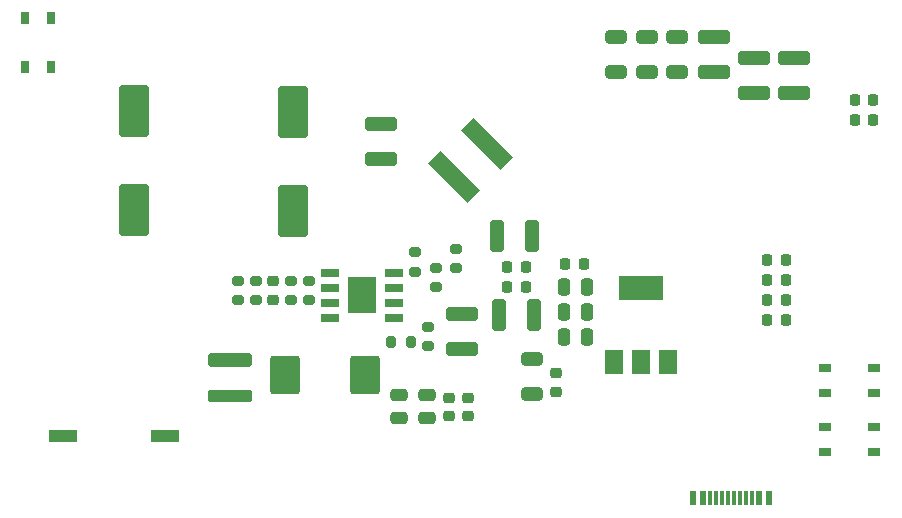
<source format=gbr>
%TF.GenerationSoftware,KiCad,Pcbnew,7.0.10-7.0.10~ubuntu22.04.1*%
%TF.CreationDate,2024-03-18T23:14:28+01:00*%
%TF.ProjectId,sdrac_board,73647261-635f-4626-9f61-72642e6b6963,2.0*%
%TF.SameCoordinates,Original*%
%TF.FileFunction,Paste,Top*%
%TF.FilePolarity,Positive*%
%FSLAX46Y46*%
G04 Gerber Fmt 4.6, Leading zero omitted, Abs format (unit mm)*
G04 Created by KiCad (PCBNEW 7.0.10-7.0.10~ubuntu22.04.1) date 2024-03-18 23:14:28*
%MOMM*%
%LPD*%
G01*
G04 APERTURE LIST*
G04 Aperture macros list*
%AMRoundRect*
0 Rectangle with rounded corners*
0 $1 Rounding radius*
0 $2 $3 $4 $5 $6 $7 $8 $9 X,Y pos of 4 corners*
0 Add a 4 corners polygon primitive as box body*
4,1,4,$2,$3,$4,$5,$6,$7,$8,$9,$2,$3,0*
0 Add four circle primitives for the rounded corners*
1,1,$1+$1,$2,$3*
1,1,$1+$1,$4,$5*
1,1,$1+$1,$6,$7*
1,1,$1+$1,$8,$9*
0 Add four rect primitives between the rounded corners*
20,1,$1+$1,$2,$3,$4,$5,0*
20,1,$1+$1,$4,$5,$6,$7,0*
20,1,$1+$1,$6,$7,$8,$9,0*
20,1,$1+$1,$8,$9,$2,$3,0*%
%AMRotRect*
0 Rectangle, with rotation*
0 The origin of the aperture is its center*
0 $1 length*
0 $2 width*
0 $3 Rotation angle, in degrees counterclockwise*
0 Add horizontal line*
21,1,$1,$2,0,0,$3*%
G04 Aperture macros list end*
%ADD10RoundRect,0.200000X0.275000X-0.200000X0.275000X0.200000X-0.275000X0.200000X-0.275000X-0.200000X0*%
%ADD11R,1.500000X2.000000*%
%ADD12R,3.800000X2.000000*%
%ADD13R,2.440000X1.120000*%
%ADD14RoundRect,0.218750X0.218750X0.256250X-0.218750X0.256250X-0.218750X-0.256250X0.218750X-0.256250X0*%
%ADD15RoundRect,0.250000X-1.000000X1.950000X-1.000000X-1.950000X1.000000X-1.950000X1.000000X1.950000X0*%
%ADD16RoundRect,0.200000X-0.275000X0.200000X-0.275000X-0.200000X0.275000X-0.200000X0.275000X0.200000X0*%
%ADD17RoundRect,0.225000X0.250000X-0.225000X0.250000X0.225000X-0.250000X0.225000X-0.250000X-0.225000X0*%
%ADD18RoundRect,0.250000X0.650000X-0.325000X0.650000X0.325000X-0.650000X0.325000X-0.650000X-0.325000X0*%
%ADD19RoundRect,0.250000X1.100000X-0.325000X1.100000X0.325000X-1.100000X0.325000X-1.100000X-0.325000X0*%
%ADD20RoundRect,0.250000X-1.100000X0.325000X-1.100000X-0.325000X1.100000X-0.325000X1.100000X0.325000X0*%
%ADD21RoundRect,0.250000X-0.325000X-1.100000X0.325000X-1.100000X0.325000X1.100000X-0.325000X1.100000X0*%
%ADD22R,0.650000X1.050000*%
%ADD23R,1.050000X0.650000*%
%ADD24RoundRect,0.250000X0.475000X-0.250000X0.475000X0.250000X-0.475000X0.250000X-0.475000X-0.250000X0*%
%ADD25RoundRect,0.225000X-0.225000X-0.250000X0.225000X-0.250000X0.225000X0.250000X-0.225000X0.250000X0*%
%ADD26RoundRect,0.250000X1.000000X-1.400000X1.000000X1.400000X-1.000000X1.400000X-1.000000X-1.400000X0*%
%ADD27R,1.525000X0.650000*%
%ADD28R,2.400000X3.100000*%
%ADD29RoundRect,0.250000X0.250000X0.475000X-0.250000X0.475000X-0.250000X-0.475000X0.250000X-0.475000X0*%
%ADD30R,0.600000X1.240000*%
%ADD31R,0.300000X1.240000*%
%ADD32RotRect,1.500000X4.700000X225.000000*%
%ADD33RoundRect,0.200000X0.200000X0.275000X-0.200000X0.275000X-0.200000X-0.275000X0.200000X-0.275000X0*%
%ADD34RoundRect,0.250000X-1.625000X0.312500X-1.625000X-0.312500X1.625000X-0.312500X1.625000X0.312500X0*%
%ADD35RoundRect,0.242778X-1.632222X0.303472X-1.632222X-0.303472X1.632222X-0.303472X1.632222X0.303472X0*%
%ADD36RoundRect,0.225000X0.225000X0.250000X-0.225000X0.250000X-0.225000X-0.250000X0.225000X-0.250000X0*%
%ADD37RoundRect,0.225000X-0.250000X0.225000X-0.250000X-0.225000X0.250000X-0.225000X0.250000X0.225000X0*%
G04 APERTURE END LIST*
D10*
%TO.C,R20*%
X43000000Y-17325000D03*
X43000000Y-15675000D03*
%TD*%
%TO.C,R21*%
X39500000Y-17625000D03*
X39500000Y-15975000D03*
%TD*%
D11*
%TO.C,U6*%
X56300000Y-25300000D03*
X58600000Y-25300000D03*
D12*
X58600000Y-19000000D03*
D11*
X60900000Y-25300000D03*
%TD*%
D13*
%TO.C,SW4*%
X18305000Y-31500000D03*
X9695000Y-31500000D03*
%TD*%
D14*
%TO.C,D6*%
X70887500Y-16600000D03*
X69312500Y-16600000D03*
%TD*%
D15*
%TO.C,C44*%
X29200000Y-4100000D03*
X29200000Y-12500000D03*
%TD*%
D10*
%TO.C,R24*%
X24500000Y-20025000D03*
X24500000Y-18375000D03*
%TD*%
D16*
%TO.C,C18*%
X30500000Y-18375000D03*
X30500000Y-20025000D03*
%TD*%
D17*
%TO.C,C28*%
X44012000Y-29845000D03*
X44012000Y-28295000D03*
%TD*%
D18*
%TO.C,C37*%
X59100000Y-675000D03*
X59100000Y2275000D03*
%TD*%
D19*
%TO.C,C46*%
X71600000Y-2475000D03*
X71600000Y475000D03*
%TD*%
D14*
%TO.C,D3*%
X70887500Y-20000000D03*
X69312500Y-20000000D03*
%TD*%
D16*
%TO.C,C17*%
X40600000Y-22275000D03*
X40600000Y-23925000D03*
%TD*%
D20*
%TO.C,C48*%
X36600000Y-5125000D03*
X36600000Y-8075000D03*
%TD*%
D18*
%TO.C,C19*%
X49400000Y-27975000D03*
X49400000Y-25025000D03*
%TD*%
D21*
%TO.C,C16*%
X46625000Y-21300000D03*
X49575000Y-21300000D03*
%TD*%
D22*
%TO.C,SW2*%
X6500000Y-275000D03*
X6500000Y3875000D03*
X8650000Y-275000D03*
X8650000Y3875000D03*
%TD*%
D18*
%TO.C,C38*%
X61700000Y-675000D03*
X61700000Y2275000D03*
%TD*%
D23*
%TO.C,SW1*%
X78375000Y-27875000D03*
X74225000Y-27875000D03*
X78375000Y-25725000D03*
X74225000Y-25725000D03*
%TD*%
D24*
%TO.C,C22*%
X40500000Y-29975000D03*
X40500000Y-28075000D03*
%TD*%
D17*
%TO.C,C20*%
X51400000Y-27775000D03*
X51400000Y-26225000D03*
%TD*%
D20*
%TO.C,C15*%
X43500000Y-21225000D03*
X43500000Y-24175000D03*
%TD*%
D25*
%TO.C,C13*%
X47300000Y-18900000D03*
X48850000Y-18900000D03*
%TD*%
D15*
%TO.C,C34*%
X15700000Y-4000000D03*
X15700000Y-12400000D03*
%TD*%
D19*
%TO.C,C45*%
X68200000Y-2475000D03*
X68200000Y475000D03*
%TD*%
D10*
%TO.C,R19*%
X41300000Y-18925000D03*
X41300000Y-17275000D03*
%TD*%
D16*
%TO.C,R25*%
X29000000Y-18375000D03*
X29000000Y-20025000D03*
%TD*%
D26*
%TO.C,D10*%
X28500000Y-26400000D03*
X35300000Y-26400000D03*
%TD*%
D23*
%TO.C,SW3*%
X74225000Y-30725000D03*
X78375000Y-30725000D03*
X74225000Y-32875000D03*
X78375000Y-32875000D03*
%TD*%
D10*
%TO.C,R23*%
X26000000Y-20025000D03*
X26000000Y-18375000D03*
%TD*%
D27*
%TO.C,IC2*%
X37712000Y-21505000D03*
X37712000Y-20235000D03*
X37712000Y-18965000D03*
X37712000Y-17695000D03*
X32288000Y-17695000D03*
X32288000Y-18965000D03*
X32288000Y-20235000D03*
X32288000Y-21505000D03*
D28*
X35000000Y-19600000D03*
%TD*%
D25*
%TO.C,C12*%
X47300000Y-17200000D03*
X48850000Y-17200000D03*
%TD*%
D17*
%TO.C,C26*%
X42412000Y-29845000D03*
X42412000Y-28295000D03*
%TD*%
D29*
%TO.C,C27*%
X54050000Y-23100000D03*
X52150000Y-23100000D03*
%TD*%
D30*
%TO.C,J6*%
X63050000Y-36800000D03*
X63850000Y-36800000D03*
D31*
X65000000Y-36800000D03*
X66000000Y-36800000D03*
X66500000Y-36800000D03*
X67500000Y-36800000D03*
D30*
X68650000Y-36800000D03*
X69450000Y-36800000D03*
X69450000Y-36800000D03*
X68650000Y-36800000D03*
D31*
X68000000Y-36800000D03*
X67000000Y-36800000D03*
X65500000Y-36800000D03*
X64500000Y-36800000D03*
D30*
X63850000Y-36800000D03*
X63050000Y-36800000D03*
%TD*%
D24*
%TO.C,C24*%
X38100000Y-29975000D03*
X38100000Y-28075000D03*
%TD*%
D32*
%TO.C,L2*%
X45614214Y-6785786D03*
X42785786Y-9614214D03*
%TD*%
D33*
%TO.C,R22*%
X39125000Y-23600000D03*
X37475000Y-23600000D03*
%TD*%
D14*
%TO.C,D8*%
X78300000Y-4800000D03*
X76725000Y-4800000D03*
%TD*%
%TO.C,D7*%
X78287500Y-3100000D03*
X76712500Y-3100000D03*
%TD*%
%TO.C,D4*%
X70887500Y-21700000D03*
X69312500Y-21700000D03*
%TD*%
D34*
%TO.C,L1*%
X23820000Y-25080000D03*
D35*
X23810000Y-28096250D03*
%TD*%
D21*
%TO.C,C49*%
X46425000Y-14600000D03*
X49375000Y-14600000D03*
%TD*%
D36*
%TO.C,C23*%
X53775000Y-17000000D03*
X52225000Y-17000000D03*
%TD*%
D29*
%TO.C,C29*%
X54050000Y-18900000D03*
X52150000Y-18900000D03*
%TD*%
D37*
%TO.C,C21*%
X27500000Y-18425000D03*
X27500000Y-19975000D03*
%TD*%
D29*
%TO.C,C25*%
X54050000Y-21000000D03*
X52150000Y-21000000D03*
%TD*%
D14*
%TO.C,D5*%
X70887500Y-18300000D03*
X69312500Y-18300000D03*
%TD*%
D18*
%TO.C,C33*%
X56500000Y-675000D03*
X56500000Y2275000D03*
%TD*%
D19*
%TO.C,C35*%
X64800000Y-675000D03*
X64800000Y2275000D03*
%TD*%
M02*

</source>
